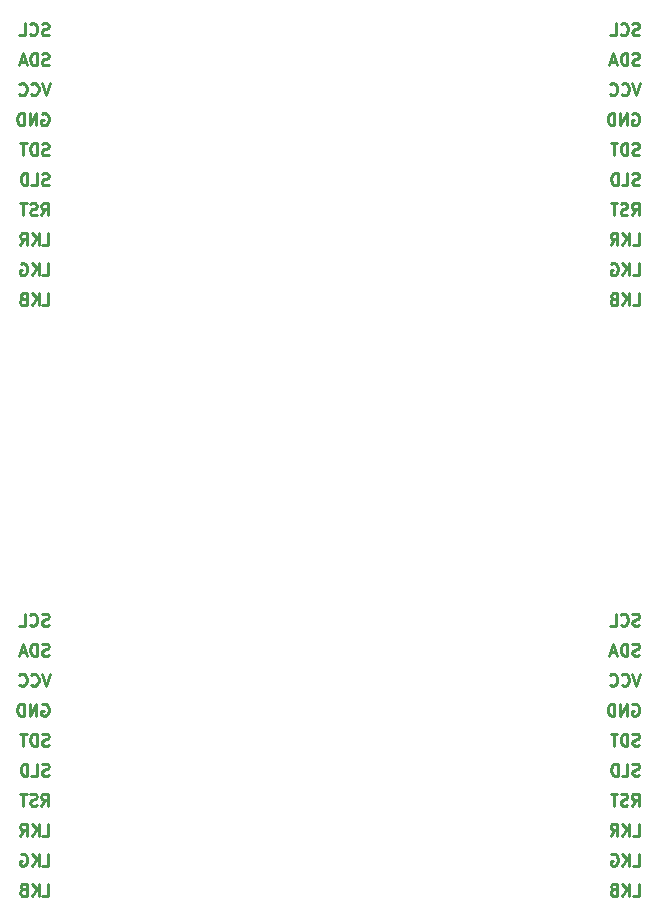
<source format=gbr>
%TF.GenerationSoftware,KiCad,Pcbnew,7.0.11+dfsg-1build4*%
%TF.CreationDate,2026-01-29T22:43:39-05:00*%
%TF.ProjectId,,58585858-5858-4585-9858-585858585858,rev?*%
%TF.SameCoordinates,Original*%
%TF.FileFunction,Legend,Bot*%
%TF.FilePolarity,Positive*%
%FSLAX46Y46*%
G04 Gerber Fmt 4.6, Leading zero omitted, Abs format (unit mm)*
G04 Created by KiCad (PCBNEW 7.0.11+dfsg-1build4) date 2026-01-29 22:43:39*
%MOMM*%
%LPD*%
G01*
G04 APERTURE LIST*
%ADD10C,0.250000*%
G04 APERTURE END LIST*
D10*
X176010050Y-119002000D02*
X175867193Y-119049619D01*
X175867193Y-119049619D02*
X175629098Y-119049619D01*
X175629098Y-119049619D02*
X175533860Y-119002000D01*
X175533860Y-119002000D02*
X175486241Y-118954380D01*
X175486241Y-118954380D02*
X175438622Y-118859142D01*
X175438622Y-118859142D02*
X175438622Y-118763904D01*
X175438622Y-118763904D02*
X175486241Y-118668666D01*
X175486241Y-118668666D02*
X175533860Y-118621047D01*
X175533860Y-118621047D02*
X175629098Y-118573428D01*
X175629098Y-118573428D02*
X175819574Y-118525809D01*
X175819574Y-118525809D02*
X175914812Y-118478190D01*
X175914812Y-118478190D02*
X175962431Y-118430571D01*
X175962431Y-118430571D02*
X176010050Y-118335333D01*
X176010050Y-118335333D02*
X176010050Y-118240095D01*
X176010050Y-118240095D02*
X175962431Y-118144857D01*
X175962431Y-118144857D02*
X175914812Y-118097238D01*
X175914812Y-118097238D02*
X175819574Y-118049619D01*
X175819574Y-118049619D02*
X175581479Y-118049619D01*
X175581479Y-118049619D02*
X175438622Y-118097238D01*
X174533860Y-119049619D02*
X175010050Y-119049619D01*
X175010050Y-119049619D02*
X175010050Y-118049619D01*
X174200526Y-119049619D02*
X174200526Y-118049619D01*
X174200526Y-118049619D02*
X173962431Y-118049619D01*
X173962431Y-118049619D02*
X173819574Y-118097238D01*
X173819574Y-118097238D02*
X173724336Y-118192476D01*
X173724336Y-118192476D02*
X173676717Y-118287714D01*
X173676717Y-118287714D02*
X173629098Y-118478190D01*
X173629098Y-118478190D02*
X173629098Y-118621047D01*
X173629098Y-118621047D02*
X173676717Y-118811523D01*
X173676717Y-118811523D02*
X173724336Y-118906761D01*
X173724336Y-118906761D02*
X173819574Y-119002000D01*
X173819574Y-119002000D02*
X173962431Y-119049619D01*
X173962431Y-119049619D02*
X174200526Y-119049619D01*
X175486241Y-124129619D02*
X175962431Y-124129619D01*
X175962431Y-124129619D02*
X175962431Y-123129619D01*
X175152907Y-124129619D02*
X175152907Y-123129619D01*
X174581479Y-124129619D02*
X175010050Y-123558190D01*
X174581479Y-123129619D02*
X175152907Y-123701047D01*
X173581479Y-124129619D02*
X173914812Y-123653428D01*
X174152907Y-124129619D02*
X174152907Y-123129619D01*
X174152907Y-123129619D02*
X173771955Y-123129619D01*
X173771955Y-123129619D02*
X173676717Y-123177238D01*
X173676717Y-123177238D02*
X173629098Y-123224857D01*
X173629098Y-123224857D02*
X173581479Y-123320095D01*
X173581479Y-123320095D02*
X173581479Y-123462952D01*
X173581479Y-123462952D02*
X173629098Y-123558190D01*
X173629098Y-123558190D02*
X173676717Y-123605809D01*
X173676717Y-123605809D02*
X173771955Y-123653428D01*
X173771955Y-123653428D02*
X174152907Y-123653428D01*
X176010050Y-108842000D02*
X175867193Y-108889619D01*
X175867193Y-108889619D02*
X175629098Y-108889619D01*
X175629098Y-108889619D02*
X175533860Y-108842000D01*
X175533860Y-108842000D02*
X175486241Y-108794380D01*
X175486241Y-108794380D02*
X175438622Y-108699142D01*
X175438622Y-108699142D02*
X175438622Y-108603904D01*
X175438622Y-108603904D02*
X175486241Y-108508666D01*
X175486241Y-108508666D02*
X175533860Y-108461047D01*
X175533860Y-108461047D02*
X175629098Y-108413428D01*
X175629098Y-108413428D02*
X175819574Y-108365809D01*
X175819574Y-108365809D02*
X175914812Y-108318190D01*
X175914812Y-108318190D02*
X175962431Y-108270571D01*
X175962431Y-108270571D02*
X176010050Y-108175333D01*
X176010050Y-108175333D02*
X176010050Y-108080095D01*
X176010050Y-108080095D02*
X175962431Y-107984857D01*
X175962431Y-107984857D02*
X175914812Y-107937238D01*
X175914812Y-107937238D02*
X175819574Y-107889619D01*
X175819574Y-107889619D02*
X175581479Y-107889619D01*
X175581479Y-107889619D02*
X175438622Y-107937238D01*
X175010050Y-108889619D02*
X175010050Y-107889619D01*
X175010050Y-107889619D02*
X174771955Y-107889619D01*
X174771955Y-107889619D02*
X174629098Y-107937238D01*
X174629098Y-107937238D02*
X174533860Y-108032476D01*
X174533860Y-108032476D02*
X174486241Y-108127714D01*
X174486241Y-108127714D02*
X174438622Y-108318190D01*
X174438622Y-108318190D02*
X174438622Y-108461047D01*
X174438622Y-108461047D02*
X174486241Y-108651523D01*
X174486241Y-108651523D02*
X174533860Y-108746761D01*
X174533860Y-108746761D02*
X174629098Y-108842000D01*
X174629098Y-108842000D02*
X174771955Y-108889619D01*
X174771955Y-108889619D02*
X175010050Y-108889619D01*
X174057669Y-108603904D02*
X173581479Y-108603904D01*
X174152907Y-108889619D02*
X173819574Y-107889619D01*
X173819574Y-107889619D02*
X173486241Y-108889619D01*
X175391003Y-121589619D02*
X175724336Y-121113428D01*
X175962431Y-121589619D02*
X175962431Y-120589619D01*
X175962431Y-120589619D02*
X175581479Y-120589619D01*
X175581479Y-120589619D02*
X175486241Y-120637238D01*
X175486241Y-120637238D02*
X175438622Y-120684857D01*
X175438622Y-120684857D02*
X175391003Y-120780095D01*
X175391003Y-120780095D02*
X175391003Y-120922952D01*
X175391003Y-120922952D02*
X175438622Y-121018190D01*
X175438622Y-121018190D02*
X175486241Y-121065809D01*
X175486241Y-121065809D02*
X175581479Y-121113428D01*
X175581479Y-121113428D02*
X175962431Y-121113428D01*
X175010050Y-121542000D02*
X174867193Y-121589619D01*
X174867193Y-121589619D02*
X174629098Y-121589619D01*
X174629098Y-121589619D02*
X174533860Y-121542000D01*
X174533860Y-121542000D02*
X174486241Y-121494380D01*
X174486241Y-121494380D02*
X174438622Y-121399142D01*
X174438622Y-121399142D02*
X174438622Y-121303904D01*
X174438622Y-121303904D02*
X174486241Y-121208666D01*
X174486241Y-121208666D02*
X174533860Y-121161047D01*
X174533860Y-121161047D02*
X174629098Y-121113428D01*
X174629098Y-121113428D02*
X174819574Y-121065809D01*
X174819574Y-121065809D02*
X174914812Y-121018190D01*
X174914812Y-121018190D02*
X174962431Y-120970571D01*
X174962431Y-120970571D02*
X175010050Y-120875333D01*
X175010050Y-120875333D02*
X175010050Y-120780095D01*
X175010050Y-120780095D02*
X174962431Y-120684857D01*
X174962431Y-120684857D02*
X174914812Y-120637238D01*
X174914812Y-120637238D02*
X174819574Y-120589619D01*
X174819574Y-120589619D02*
X174581479Y-120589619D01*
X174581479Y-120589619D02*
X174438622Y-120637238D01*
X174152907Y-120589619D02*
X173581479Y-120589619D01*
X173867193Y-121589619D02*
X173867193Y-120589619D01*
X176105288Y-110429619D02*
X175771955Y-111429619D01*
X175771955Y-111429619D02*
X175438622Y-110429619D01*
X174533860Y-111334380D02*
X174581479Y-111382000D01*
X174581479Y-111382000D02*
X174724336Y-111429619D01*
X174724336Y-111429619D02*
X174819574Y-111429619D01*
X174819574Y-111429619D02*
X174962431Y-111382000D01*
X174962431Y-111382000D02*
X175057669Y-111286761D01*
X175057669Y-111286761D02*
X175105288Y-111191523D01*
X175105288Y-111191523D02*
X175152907Y-111001047D01*
X175152907Y-111001047D02*
X175152907Y-110858190D01*
X175152907Y-110858190D02*
X175105288Y-110667714D01*
X175105288Y-110667714D02*
X175057669Y-110572476D01*
X175057669Y-110572476D02*
X174962431Y-110477238D01*
X174962431Y-110477238D02*
X174819574Y-110429619D01*
X174819574Y-110429619D02*
X174724336Y-110429619D01*
X174724336Y-110429619D02*
X174581479Y-110477238D01*
X174581479Y-110477238D02*
X174533860Y-110524857D01*
X173533860Y-111334380D02*
X173581479Y-111382000D01*
X173581479Y-111382000D02*
X173724336Y-111429619D01*
X173724336Y-111429619D02*
X173819574Y-111429619D01*
X173819574Y-111429619D02*
X173962431Y-111382000D01*
X173962431Y-111382000D02*
X174057669Y-111286761D01*
X174057669Y-111286761D02*
X174105288Y-111191523D01*
X174105288Y-111191523D02*
X174152907Y-111001047D01*
X174152907Y-111001047D02*
X174152907Y-110858190D01*
X174152907Y-110858190D02*
X174105288Y-110667714D01*
X174105288Y-110667714D02*
X174057669Y-110572476D01*
X174057669Y-110572476D02*
X173962431Y-110477238D01*
X173962431Y-110477238D02*
X173819574Y-110429619D01*
X173819574Y-110429619D02*
X173724336Y-110429619D01*
X173724336Y-110429619D02*
X173581479Y-110477238D01*
X173581479Y-110477238D02*
X173533860Y-110524857D01*
X175486241Y-129209619D02*
X175962431Y-129209619D01*
X175962431Y-129209619D02*
X175962431Y-128209619D01*
X175152907Y-129209619D02*
X175152907Y-128209619D01*
X174581479Y-129209619D02*
X175010050Y-128638190D01*
X174581479Y-128209619D02*
X175152907Y-128781047D01*
X173819574Y-128685809D02*
X173676717Y-128733428D01*
X173676717Y-128733428D02*
X173629098Y-128781047D01*
X173629098Y-128781047D02*
X173581479Y-128876285D01*
X173581479Y-128876285D02*
X173581479Y-129019142D01*
X173581479Y-129019142D02*
X173629098Y-129114380D01*
X173629098Y-129114380D02*
X173676717Y-129162000D01*
X173676717Y-129162000D02*
X173771955Y-129209619D01*
X173771955Y-129209619D02*
X174152907Y-129209619D01*
X174152907Y-129209619D02*
X174152907Y-128209619D01*
X174152907Y-128209619D02*
X173819574Y-128209619D01*
X173819574Y-128209619D02*
X173724336Y-128257238D01*
X173724336Y-128257238D02*
X173676717Y-128304857D01*
X173676717Y-128304857D02*
X173629098Y-128400095D01*
X173629098Y-128400095D02*
X173629098Y-128495333D01*
X173629098Y-128495333D02*
X173676717Y-128590571D01*
X173676717Y-128590571D02*
X173724336Y-128638190D01*
X173724336Y-128638190D02*
X173819574Y-128685809D01*
X173819574Y-128685809D02*
X174152907Y-128685809D01*
X176010050Y-106302000D02*
X175867193Y-106349619D01*
X175867193Y-106349619D02*
X175629098Y-106349619D01*
X175629098Y-106349619D02*
X175533860Y-106302000D01*
X175533860Y-106302000D02*
X175486241Y-106254380D01*
X175486241Y-106254380D02*
X175438622Y-106159142D01*
X175438622Y-106159142D02*
X175438622Y-106063904D01*
X175438622Y-106063904D02*
X175486241Y-105968666D01*
X175486241Y-105968666D02*
X175533860Y-105921047D01*
X175533860Y-105921047D02*
X175629098Y-105873428D01*
X175629098Y-105873428D02*
X175819574Y-105825809D01*
X175819574Y-105825809D02*
X175914812Y-105778190D01*
X175914812Y-105778190D02*
X175962431Y-105730571D01*
X175962431Y-105730571D02*
X176010050Y-105635333D01*
X176010050Y-105635333D02*
X176010050Y-105540095D01*
X176010050Y-105540095D02*
X175962431Y-105444857D01*
X175962431Y-105444857D02*
X175914812Y-105397238D01*
X175914812Y-105397238D02*
X175819574Y-105349619D01*
X175819574Y-105349619D02*
X175581479Y-105349619D01*
X175581479Y-105349619D02*
X175438622Y-105397238D01*
X174438622Y-106254380D02*
X174486241Y-106302000D01*
X174486241Y-106302000D02*
X174629098Y-106349619D01*
X174629098Y-106349619D02*
X174724336Y-106349619D01*
X174724336Y-106349619D02*
X174867193Y-106302000D01*
X174867193Y-106302000D02*
X174962431Y-106206761D01*
X174962431Y-106206761D02*
X175010050Y-106111523D01*
X175010050Y-106111523D02*
X175057669Y-105921047D01*
X175057669Y-105921047D02*
X175057669Y-105778190D01*
X175057669Y-105778190D02*
X175010050Y-105587714D01*
X175010050Y-105587714D02*
X174962431Y-105492476D01*
X174962431Y-105492476D02*
X174867193Y-105397238D01*
X174867193Y-105397238D02*
X174724336Y-105349619D01*
X174724336Y-105349619D02*
X174629098Y-105349619D01*
X174629098Y-105349619D02*
X174486241Y-105397238D01*
X174486241Y-105397238D02*
X174438622Y-105444857D01*
X173533860Y-106349619D02*
X174010050Y-106349619D01*
X174010050Y-106349619D02*
X174010050Y-105349619D01*
X176010050Y-116462000D02*
X175867193Y-116509619D01*
X175867193Y-116509619D02*
X175629098Y-116509619D01*
X175629098Y-116509619D02*
X175533860Y-116462000D01*
X175533860Y-116462000D02*
X175486241Y-116414380D01*
X175486241Y-116414380D02*
X175438622Y-116319142D01*
X175438622Y-116319142D02*
X175438622Y-116223904D01*
X175438622Y-116223904D02*
X175486241Y-116128666D01*
X175486241Y-116128666D02*
X175533860Y-116081047D01*
X175533860Y-116081047D02*
X175629098Y-116033428D01*
X175629098Y-116033428D02*
X175819574Y-115985809D01*
X175819574Y-115985809D02*
X175914812Y-115938190D01*
X175914812Y-115938190D02*
X175962431Y-115890571D01*
X175962431Y-115890571D02*
X176010050Y-115795333D01*
X176010050Y-115795333D02*
X176010050Y-115700095D01*
X176010050Y-115700095D02*
X175962431Y-115604857D01*
X175962431Y-115604857D02*
X175914812Y-115557238D01*
X175914812Y-115557238D02*
X175819574Y-115509619D01*
X175819574Y-115509619D02*
X175581479Y-115509619D01*
X175581479Y-115509619D02*
X175438622Y-115557238D01*
X175010050Y-116509619D02*
X175010050Y-115509619D01*
X175010050Y-115509619D02*
X174771955Y-115509619D01*
X174771955Y-115509619D02*
X174629098Y-115557238D01*
X174629098Y-115557238D02*
X174533860Y-115652476D01*
X174533860Y-115652476D02*
X174486241Y-115747714D01*
X174486241Y-115747714D02*
X174438622Y-115938190D01*
X174438622Y-115938190D02*
X174438622Y-116081047D01*
X174438622Y-116081047D02*
X174486241Y-116271523D01*
X174486241Y-116271523D02*
X174533860Y-116366761D01*
X174533860Y-116366761D02*
X174629098Y-116462000D01*
X174629098Y-116462000D02*
X174771955Y-116509619D01*
X174771955Y-116509619D02*
X175010050Y-116509619D01*
X174152907Y-115509619D02*
X173581479Y-115509619D01*
X173867193Y-116509619D02*
X173867193Y-115509619D01*
X175438622Y-113017238D02*
X175533860Y-112969619D01*
X175533860Y-112969619D02*
X175676717Y-112969619D01*
X175676717Y-112969619D02*
X175819574Y-113017238D01*
X175819574Y-113017238D02*
X175914812Y-113112476D01*
X175914812Y-113112476D02*
X175962431Y-113207714D01*
X175962431Y-113207714D02*
X176010050Y-113398190D01*
X176010050Y-113398190D02*
X176010050Y-113541047D01*
X176010050Y-113541047D02*
X175962431Y-113731523D01*
X175962431Y-113731523D02*
X175914812Y-113826761D01*
X175914812Y-113826761D02*
X175819574Y-113922000D01*
X175819574Y-113922000D02*
X175676717Y-113969619D01*
X175676717Y-113969619D02*
X175581479Y-113969619D01*
X175581479Y-113969619D02*
X175438622Y-113922000D01*
X175438622Y-113922000D02*
X175391003Y-113874380D01*
X175391003Y-113874380D02*
X175391003Y-113541047D01*
X175391003Y-113541047D02*
X175581479Y-113541047D01*
X174962431Y-113969619D02*
X174962431Y-112969619D01*
X174962431Y-112969619D02*
X174391003Y-113969619D01*
X174391003Y-113969619D02*
X174391003Y-112969619D01*
X173914812Y-113969619D02*
X173914812Y-112969619D01*
X173914812Y-112969619D02*
X173676717Y-112969619D01*
X173676717Y-112969619D02*
X173533860Y-113017238D01*
X173533860Y-113017238D02*
X173438622Y-113112476D01*
X173438622Y-113112476D02*
X173391003Y-113207714D01*
X173391003Y-113207714D02*
X173343384Y-113398190D01*
X173343384Y-113398190D02*
X173343384Y-113541047D01*
X173343384Y-113541047D02*
X173391003Y-113731523D01*
X173391003Y-113731523D02*
X173438622Y-113826761D01*
X173438622Y-113826761D02*
X173533860Y-113922000D01*
X173533860Y-113922000D02*
X173676717Y-113969619D01*
X173676717Y-113969619D02*
X173914812Y-113969619D01*
X175486241Y-126669619D02*
X175962431Y-126669619D01*
X175962431Y-126669619D02*
X175962431Y-125669619D01*
X175152907Y-126669619D02*
X175152907Y-125669619D01*
X174581479Y-126669619D02*
X175010050Y-126098190D01*
X174581479Y-125669619D02*
X175152907Y-126241047D01*
X173629098Y-125717238D02*
X173724336Y-125669619D01*
X173724336Y-125669619D02*
X173867193Y-125669619D01*
X173867193Y-125669619D02*
X174010050Y-125717238D01*
X174010050Y-125717238D02*
X174105288Y-125812476D01*
X174105288Y-125812476D02*
X174152907Y-125907714D01*
X174152907Y-125907714D02*
X174200526Y-126098190D01*
X174200526Y-126098190D02*
X174200526Y-126241047D01*
X174200526Y-126241047D02*
X174152907Y-126431523D01*
X174152907Y-126431523D02*
X174105288Y-126526761D01*
X174105288Y-126526761D02*
X174010050Y-126622000D01*
X174010050Y-126622000D02*
X173867193Y-126669619D01*
X173867193Y-126669619D02*
X173771955Y-126669619D01*
X173771955Y-126669619D02*
X173629098Y-126622000D01*
X173629098Y-126622000D02*
X173581479Y-126574380D01*
X173581479Y-126574380D02*
X173581479Y-126241047D01*
X173581479Y-126241047D02*
X173771955Y-126241047D01*
X126010050Y-119002000D02*
X125867193Y-119049619D01*
X125867193Y-119049619D02*
X125629098Y-119049619D01*
X125629098Y-119049619D02*
X125533860Y-119002000D01*
X125533860Y-119002000D02*
X125486241Y-118954380D01*
X125486241Y-118954380D02*
X125438622Y-118859142D01*
X125438622Y-118859142D02*
X125438622Y-118763904D01*
X125438622Y-118763904D02*
X125486241Y-118668666D01*
X125486241Y-118668666D02*
X125533860Y-118621047D01*
X125533860Y-118621047D02*
X125629098Y-118573428D01*
X125629098Y-118573428D02*
X125819574Y-118525809D01*
X125819574Y-118525809D02*
X125914812Y-118478190D01*
X125914812Y-118478190D02*
X125962431Y-118430571D01*
X125962431Y-118430571D02*
X126010050Y-118335333D01*
X126010050Y-118335333D02*
X126010050Y-118240095D01*
X126010050Y-118240095D02*
X125962431Y-118144857D01*
X125962431Y-118144857D02*
X125914812Y-118097238D01*
X125914812Y-118097238D02*
X125819574Y-118049619D01*
X125819574Y-118049619D02*
X125581479Y-118049619D01*
X125581479Y-118049619D02*
X125438622Y-118097238D01*
X124533860Y-119049619D02*
X125010050Y-119049619D01*
X125010050Y-119049619D02*
X125010050Y-118049619D01*
X124200526Y-119049619D02*
X124200526Y-118049619D01*
X124200526Y-118049619D02*
X123962431Y-118049619D01*
X123962431Y-118049619D02*
X123819574Y-118097238D01*
X123819574Y-118097238D02*
X123724336Y-118192476D01*
X123724336Y-118192476D02*
X123676717Y-118287714D01*
X123676717Y-118287714D02*
X123629098Y-118478190D01*
X123629098Y-118478190D02*
X123629098Y-118621047D01*
X123629098Y-118621047D02*
X123676717Y-118811523D01*
X123676717Y-118811523D02*
X123724336Y-118906761D01*
X123724336Y-118906761D02*
X123819574Y-119002000D01*
X123819574Y-119002000D02*
X123962431Y-119049619D01*
X123962431Y-119049619D02*
X124200526Y-119049619D01*
X125486241Y-124129619D02*
X125962431Y-124129619D01*
X125962431Y-124129619D02*
X125962431Y-123129619D01*
X125152907Y-124129619D02*
X125152907Y-123129619D01*
X124581479Y-124129619D02*
X125010050Y-123558190D01*
X124581479Y-123129619D02*
X125152907Y-123701047D01*
X123581479Y-124129619D02*
X123914812Y-123653428D01*
X124152907Y-124129619D02*
X124152907Y-123129619D01*
X124152907Y-123129619D02*
X123771955Y-123129619D01*
X123771955Y-123129619D02*
X123676717Y-123177238D01*
X123676717Y-123177238D02*
X123629098Y-123224857D01*
X123629098Y-123224857D02*
X123581479Y-123320095D01*
X123581479Y-123320095D02*
X123581479Y-123462952D01*
X123581479Y-123462952D02*
X123629098Y-123558190D01*
X123629098Y-123558190D02*
X123676717Y-123605809D01*
X123676717Y-123605809D02*
X123771955Y-123653428D01*
X123771955Y-123653428D02*
X124152907Y-123653428D01*
X126010050Y-108842000D02*
X125867193Y-108889619D01*
X125867193Y-108889619D02*
X125629098Y-108889619D01*
X125629098Y-108889619D02*
X125533860Y-108842000D01*
X125533860Y-108842000D02*
X125486241Y-108794380D01*
X125486241Y-108794380D02*
X125438622Y-108699142D01*
X125438622Y-108699142D02*
X125438622Y-108603904D01*
X125438622Y-108603904D02*
X125486241Y-108508666D01*
X125486241Y-108508666D02*
X125533860Y-108461047D01*
X125533860Y-108461047D02*
X125629098Y-108413428D01*
X125629098Y-108413428D02*
X125819574Y-108365809D01*
X125819574Y-108365809D02*
X125914812Y-108318190D01*
X125914812Y-108318190D02*
X125962431Y-108270571D01*
X125962431Y-108270571D02*
X126010050Y-108175333D01*
X126010050Y-108175333D02*
X126010050Y-108080095D01*
X126010050Y-108080095D02*
X125962431Y-107984857D01*
X125962431Y-107984857D02*
X125914812Y-107937238D01*
X125914812Y-107937238D02*
X125819574Y-107889619D01*
X125819574Y-107889619D02*
X125581479Y-107889619D01*
X125581479Y-107889619D02*
X125438622Y-107937238D01*
X125010050Y-108889619D02*
X125010050Y-107889619D01*
X125010050Y-107889619D02*
X124771955Y-107889619D01*
X124771955Y-107889619D02*
X124629098Y-107937238D01*
X124629098Y-107937238D02*
X124533860Y-108032476D01*
X124533860Y-108032476D02*
X124486241Y-108127714D01*
X124486241Y-108127714D02*
X124438622Y-108318190D01*
X124438622Y-108318190D02*
X124438622Y-108461047D01*
X124438622Y-108461047D02*
X124486241Y-108651523D01*
X124486241Y-108651523D02*
X124533860Y-108746761D01*
X124533860Y-108746761D02*
X124629098Y-108842000D01*
X124629098Y-108842000D02*
X124771955Y-108889619D01*
X124771955Y-108889619D02*
X125010050Y-108889619D01*
X124057669Y-108603904D02*
X123581479Y-108603904D01*
X124152907Y-108889619D02*
X123819574Y-107889619D01*
X123819574Y-107889619D02*
X123486241Y-108889619D01*
X125391003Y-121589619D02*
X125724336Y-121113428D01*
X125962431Y-121589619D02*
X125962431Y-120589619D01*
X125962431Y-120589619D02*
X125581479Y-120589619D01*
X125581479Y-120589619D02*
X125486241Y-120637238D01*
X125486241Y-120637238D02*
X125438622Y-120684857D01*
X125438622Y-120684857D02*
X125391003Y-120780095D01*
X125391003Y-120780095D02*
X125391003Y-120922952D01*
X125391003Y-120922952D02*
X125438622Y-121018190D01*
X125438622Y-121018190D02*
X125486241Y-121065809D01*
X125486241Y-121065809D02*
X125581479Y-121113428D01*
X125581479Y-121113428D02*
X125962431Y-121113428D01*
X125010050Y-121542000D02*
X124867193Y-121589619D01*
X124867193Y-121589619D02*
X124629098Y-121589619D01*
X124629098Y-121589619D02*
X124533860Y-121542000D01*
X124533860Y-121542000D02*
X124486241Y-121494380D01*
X124486241Y-121494380D02*
X124438622Y-121399142D01*
X124438622Y-121399142D02*
X124438622Y-121303904D01*
X124438622Y-121303904D02*
X124486241Y-121208666D01*
X124486241Y-121208666D02*
X124533860Y-121161047D01*
X124533860Y-121161047D02*
X124629098Y-121113428D01*
X124629098Y-121113428D02*
X124819574Y-121065809D01*
X124819574Y-121065809D02*
X124914812Y-121018190D01*
X124914812Y-121018190D02*
X124962431Y-120970571D01*
X124962431Y-120970571D02*
X125010050Y-120875333D01*
X125010050Y-120875333D02*
X125010050Y-120780095D01*
X125010050Y-120780095D02*
X124962431Y-120684857D01*
X124962431Y-120684857D02*
X124914812Y-120637238D01*
X124914812Y-120637238D02*
X124819574Y-120589619D01*
X124819574Y-120589619D02*
X124581479Y-120589619D01*
X124581479Y-120589619D02*
X124438622Y-120637238D01*
X124152907Y-120589619D02*
X123581479Y-120589619D01*
X123867193Y-121589619D02*
X123867193Y-120589619D01*
X126105288Y-110429619D02*
X125771955Y-111429619D01*
X125771955Y-111429619D02*
X125438622Y-110429619D01*
X124533860Y-111334380D02*
X124581479Y-111382000D01*
X124581479Y-111382000D02*
X124724336Y-111429619D01*
X124724336Y-111429619D02*
X124819574Y-111429619D01*
X124819574Y-111429619D02*
X124962431Y-111382000D01*
X124962431Y-111382000D02*
X125057669Y-111286761D01*
X125057669Y-111286761D02*
X125105288Y-111191523D01*
X125105288Y-111191523D02*
X125152907Y-111001047D01*
X125152907Y-111001047D02*
X125152907Y-110858190D01*
X125152907Y-110858190D02*
X125105288Y-110667714D01*
X125105288Y-110667714D02*
X125057669Y-110572476D01*
X125057669Y-110572476D02*
X124962431Y-110477238D01*
X124962431Y-110477238D02*
X124819574Y-110429619D01*
X124819574Y-110429619D02*
X124724336Y-110429619D01*
X124724336Y-110429619D02*
X124581479Y-110477238D01*
X124581479Y-110477238D02*
X124533860Y-110524857D01*
X123533860Y-111334380D02*
X123581479Y-111382000D01*
X123581479Y-111382000D02*
X123724336Y-111429619D01*
X123724336Y-111429619D02*
X123819574Y-111429619D01*
X123819574Y-111429619D02*
X123962431Y-111382000D01*
X123962431Y-111382000D02*
X124057669Y-111286761D01*
X124057669Y-111286761D02*
X124105288Y-111191523D01*
X124105288Y-111191523D02*
X124152907Y-111001047D01*
X124152907Y-111001047D02*
X124152907Y-110858190D01*
X124152907Y-110858190D02*
X124105288Y-110667714D01*
X124105288Y-110667714D02*
X124057669Y-110572476D01*
X124057669Y-110572476D02*
X123962431Y-110477238D01*
X123962431Y-110477238D02*
X123819574Y-110429619D01*
X123819574Y-110429619D02*
X123724336Y-110429619D01*
X123724336Y-110429619D02*
X123581479Y-110477238D01*
X123581479Y-110477238D02*
X123533860Y-110524857D01*
X125486241Y-129209619D02*
X125962431Y-129209619D01*
X125962431Y-129209619D02*
X125962431Y-128209619D01*
X125152907Y-129209619D02*
X125152907Y-128209619D01*
X124581479Y-129209619D02*
X125010050Y-128638190D01*
X124581479Y-128209619D02*
X125152907Y-128781047D01*
X123819574Y-128685809D02*
X123676717Y-128733428D01*
X123676717Y-128733428D02*
X123629098Y-128781047D01*
X123629098Y-128781047D02*
X123581479Y-128876285D01*
X123581479Y-128876285D02*
X123581479Y-129019142D01*
X123581479Y-129019142D02*
X123629098Y-129114380D01*
X123629098Y-129114380D02*
X123676717Y-129162000D01*
X123676717Y-129162000D02*
X123771955Y-129209619D01*
X123771955Y-129209619D02*
X124152907Y-129209619D01*
X124152907Y-129209619D02*
X124152907Y-128209619D01*
X124152907Y-128209619D02*
X123819574Y-128209619D01*
X123819574Y-128209619D02*
X123724336Y-128257238D01*
X123724336Y-128257238D02*
X123676717Y-128304857D01*
X123676717Y-128304857D02*
X123629098Y-128400095D01*
X123629098Y-128400095D02*
X123629098Y-128495333D01*
X123629098Y-128495333D02*
X123676717Y-128590571D01*
X123676717Y-128590571D02*
X123724336Y-128638190D01*
X123724336Y-128638190D02*
X123819574Y-128685809D01*
X123819574Y-128685809D02*
X124152907Y-128685809D01*
X126010050Y-106302000D02*
X125867193Y-106349619D01*
X125867193Y-106349619D02*
X125629098Y-106349619D01*
X125629098Y-106349619D02*
X125533860Y-106302000D01*
X125533860Y-106302000D02*
X125486241Y-106254380D01*
X125486241Y-106254380D02*
X125438622Y-106159142D01*
X125438622Y-106159142D02*
X125438622Y-106063904D01*
X125438622Y-106063904D02*
X125486241Y-105968666D01*
X125486241Y-105968666D02*
X125533860Y-105921047D01*
X125533860Y-105921047D02*
X125629098Y-105873428D01*
X125629098Y-105873428D02*
X125819574Y-105825809D01*
X125819574Y-105825809D02*
X125914812Y-105778190D01*
X125914812Y-105778190D02*
X125962431Y-105730571D01*
X125962431Y-105730571D02*
X126010050Y-105635333D01*
X126010050Y-105635333D02*
X126010050Y-105540095D01*
X126010050Y-105540095D02*
X125962431Y-105444857D01*
X125962431Y-105444857D02*
X125914812Y-105397238D01*
X125914812Y-105397238D02*
X125819574Y-105349619D01*
X125819574Y-105349619D02*
X125581479Y-105349619D01*
X125581479Y-105349619D02*
X125438622Y-105397238D01*
X124438622Y-106254380D02*
X124486241Y-106302000D01*
X124486241Y-106302000D02*
X124629098Y-106349619D01*
X124629098Y-106349619D02*
X124724336Y-106349619D01*
X124724336Y-106349619D02*
X124867193Y-106302000D01*
X124867193Y-106302000D02*
X124962431Y-106206761D01*
X124962431Y-106206761D02*
X125010050Y-106111523D01*
X125010050Y-106111523D02*
X125057669Y-105921047D01*
X125057669Y-105921047D02*
X125057669Y-105778190D01*
X125057669Y-105778190D02*
X125010050Y-105587714D01*
X125010050Y-105587714D02*
X124962431Y-105492476D01*
X124962431Y-105492476D02*
X124867193Y-105397238D01*
X124867193Y-105397238D02*
X124724336Y-105349619D01*
X124724336Y-105349619D02*
X124629098Y-105349619D01*
X124629098Y-105349619D02*
X124486241Y-105397238D01*
X124486241Y-105397238D02*
X124438622Y-105444857D01*
X123533860Y-106349619D02*
X124010050Y-106349619D01*
X124010050Y-106349619D02*
X124010050Y-105349619D01*
X126010050Y-116462000D02*
X125867193Y-116509619D01*
X125867193Y-116509619D02*
X125629098Y-116509619D01*
X125629098Y-116509619D02*
X125533860Y-116462000D01*
X125533860Y-116462000D02*
X125486241Y-116414380D01*
X125486241Y-116414380D02*
X125438622Y-116319142D01*
X125438622Y-116319142D02*
X125438622Y-116223904D01*
X125438622Y-116223904D02*
X125486241Y-116128666D01*
X125486241Y-116128666D02*
X125533860Y-116081047D01*
X125533860Y-116081047D02*
X125629098Y-116033428D01*
X125629098Y-116033428D02*
X125819574Y-115985809D01*
X125819574Y-115985809D02*
X125914812Y-115938190D01*
X125914812Y-115938190D02*
X125962431Y-115890571D01*
X125962431Y-115890571D02*
X126010050Y-115795333D01*
X126010050Y-115795333D02*
X126010050Y-115700095D01*
X126010050Y-115700095D02*
X125962431Y-115604857D01*
X125962431Y-115604857D02*
X125914812Y-115557238D01*
X125914812Y-115557238D02*
X125819574Y-115509619D01*
X125819574Y-115509619D02*
X125581479Y-115509619D01*
X125581479Y-115509619D02*
X125438622Y-115557238D01*
X125010050Y-116509619D02*
X125010050Y-115509619D01*
X125010050Y-115509619D02*
X124771955Y-115509619D01*
X124771955Y-115509619D02*
X124629098Y-115557238D01*
X124629098Y-115557238D02*
X124533860Y-115652476D01*
X124533860Y-115652476D02*
X124486241Y-115747714D01*
X124486241Y-115747714D02*
X124438622Y-115938190D01*
X124438622Y-115938190D02*
X124438622Y-116081047D01*
X124438622Y-116081047D02*
X124486241Y-116271523D01*
X124486241Y-116271523D02*
X124533860Y-116366761D01*
X124533860Y-116366761D02*
X124629098Y-116462000D01*
X124629098Y-116462000D02*
X124771955Y-116509619D01*
X124771955Y-116509619D02*
X125010050Y-116509619D01*
X124152907Y-115509619D02*
X123581479Y-115509619D01*
X123867193Y-116509619D02*
X123867193Y-115509619D01*
X125438622Y-113017238D02*
X125533860Y-112969619D01*
X125533860Y-112969619D02*
X125676717Y-112969619D01*
X125676717Y-112969619D02*
X125819574Y-113017238D01*
X125819574Y-113017238D02*
X125914812Y-113112476D01*
X125914812Y-113112476D02*
X125962431Y-113207714D01*
X125962431Y-113207714D02*
X126010050Y-113398190D01*
X126010050Y-113398190D02*
X126010050Y-113541047D01*
X126010050Y-113541047D02*
X125962431Y-113731523D01*
X125962431Y-113731523D02*
X125914812Y-113826761D01*
X125914812Y-113826761D02*
X125819574Y-113922000D01*
X125819574Y-113922000D02*
X125676717Y-113969619D01*
X125676717Y-113969619D02*
X125581479Y-113969619D01*
X125581479Y-113969619D02*
X125438622Y-113922000D01*
X125438622Y-113922000D02*
X125391003Y-113874380D01*
X125391003Y-113874380D02*
X125391003Y-113541047D01*
X125391003Y-113541047D02*
X125581479Y-113541047D01*
X124962431Y-113969619D02*
X124962431Y-112969619D01*
X124962431Y-112969619D02*
X124391003Y-113969619D01*
X124391003Y-113969619D02*
X124391003Y-112969619D01*
X123914812Y-113969619D02*
X123914812Y-112969619D01*
X123914812Y-112969619D02*
X123676717Y-112969619D01*
X123676717Y-112969619D02*
X123533860Y-113017238D01*
X123533860Y-113017238D02*
X123438622Y-113112476D01*
X123438622Y-113112476D02*
X123391003Y-113207714D01*
X123391003Y-113207714D02*
X123343384Y-113398190D01*
X123343384Y-113398190D02*
X123343384Y-113541047D01*
X123343384Y-113541047D02*
X123391003Y-113731523D01*
X123391003Y-113731523D02*
X123438622Y-113826761D01*
X123438622Y-113826761D02*
X123533860Y-113922000D01*
X123533860Y-113922000D02*
X123676717Y-113969619D01*
X123676717Y-113969619D02*
X123914812Y-113969619D01*
X125486241Y-126669619D02*
X125962431Y-126669619D01*
X125962431Y-126669619D02*
X125962431Y-125669619D01*
X125152907Y-126669619D02*
X125152907Y-125669619D01*
X124581479Y-126669619D02*
X125010050Y-126098190D01*
X124581479Y-125669619D02*
X125152907Y-126241047D01*
X123629098Y-125717238D02*
X123724336Y-125669619D01*
X123724336Y-125669619D02*
X123867193Y-125669619D01*
X123867193Y-125669619D02*
X124010050Y-125717238D01*
X124010050Y-125717238D02*
X124105288Y-125812476D01*
X124105288Y-125812476D02*
X124152907Y-125907714D01*
X124152907Y-125907714D02*
X124200526Y-126098190D01*
X124200526Y-126098190D02*
X124200526Y-126241047D01*
X124200526Y-126241047D02*
X124152907Y-126431523D01*
X124152907Y-126431523D02*
X124105288Y-126526761D01*
X124105288Y-126526761D02*
X124010050Y-126622000D01*
X124010050Y-126622000D02*
X123867193Y-126669619D01*
X123867193Y-126669619D02*
X123771955Y-126669619D01*
X123771955Y-126669619D02*
X123629098Y-126622000D01*
X123629098Y-126622000D02*
X123581479Y-126574380D01*
X123581479Y-126574380D02*
X123581479Y-126241047D01*
X123581479Y-126241047D02*
X123771955Y-126241047D01*
X176010050Y-69002000D02*
X175867193Y-69049619D01*
X175867193Y-69049619D02*
X175629098Y-69049619D01*
X175629098Y-69049619D02*
X175533860Y-69002000D01*
X175533860Y-69002000D02*
X175486241Y-68954380D01*
X175486241Y-68954380D02*
X175438622Y-68859142D01*
X175438622Y-68859142D02*
X175438622Y-68763904D01*
X175438622Y-68763904D02*
X175486241Y-68668666D01*
X175486241Y-68668666D02*
X175533860Y-68621047D01*
X175533860Y-68621047D02*
X175629098Y-68573428D01*
X175629098Y-68573428D02*
X175819574Y-68525809D01*
X175819574Y-68525809D02*
X175914812Y-68478190D01*
X175914812Y-68478190D02*
X175962431Y-68430571D01*
X175962431Y-68430571D02*
X176010050Y-68335333D01*
X176010050Y-68335333D02*
X176010050Y-68240095D01*
X176010050Y-68240095D02*
X175962431Y-68144857D01*
X175962431Y-68144857D02*
X175914812Y-68097238D01*
X175914812Y-68097238D02*
X175819574Y-68049619D01*
X175819574Y-68049619D02*
X175581479Y-68049619D01*
X175581479Y-68049619D02*
X175438622Y-68097238D01*
X174533860Y-69049619D02*
X175010050Y-69049619D01*
X175010050Y-69049619D02*
X175010050Y-68049619D01*
X174200526Y-69049619D02*
X174200526Y-68049619D01*
X174200526Y-68049619D02*
X173962431Y-68049619D01*
X173962431Y-68049619D02*
X173819574Y-68097238D01*
X173819574Y-68097238D02*
X173724336Y-68192476D01*
X173724336Y-68192476D02*
X173676717Y-68287714D01*
X173676717Y-68287714D02*
X173629098Y-68478190D01*
X173629098Y-68478190D02*
X173629098Y-68621047D01*
X173629098Y-68621047D02*
X173676717Y-68811523D01*
X173676717Y-68811523D02*
X173724336Y-68906761D01*
X173724336Y-68906761D02*
X173819574Y-69002000D01*
X173819574Y-69002000D02*
X173962431Y-69049619D01*
X173962431Y-69049619D02*
X174200526Y-69049619D01*
X175486241Y-74129619D02*
X175962431Y-74129619D01*
X175962431Y-74129619D02*
X175962431Y-73129619D01*
X175152907Y-74129619D02*
X175152907Y-73129619D01*
X174581479Y-74129619D02*
X175010050Y-73558190D01*
X174581479Y-73129619D02*
X175152907Y-73701047D01*
X173581479Y-74129619D02*
X173914812Y-73653428D01*
X174152907Y-74129619D02*
X174152907Y-73129619D01*
X174152907Y-73129619D02*
X173771955Y-73129619D01*
X173771955Y-73129619D02*
X173676717Y-73177238D01*
X173676717Y-73177238D02*
X173629098Y-73224857D01*
X173629098Y-73224857D02*
X173581479Y-73320095D01*
X173581479Y-73320095D02*
X173581479Y-73462952D01*
X173581479Y-73462952D02*
X173629098Y-73558190D01*
X173629098Y-73558190D02*
X173676717Y-73605809D01*
X173676717Y-73605809D02*
X173771955Y-73653428D01*
X173771955Y-73653428D02*
X174152907Y-73653428D01*
X176010050Y-58842000D02*
X175867193Y-58889619D01*
X175867193Y-58889619D02*
X175629098Y-58889619D01*
X175629098Y-58889619D02*
X175533860Y-58842000D01*
X175533860Y-58842000D02*
X175486241Y-58794380D01*
X175486241Y-58794380D02*
X175438622Y-58699142D01*
X175438622Y-58699142D02*
X175438622Y-58603904D01*
X175438622Y-58603904D02*
X175486241Y-58508666D01*
X175486241Y-58508666D02*
X175533860Y-58461047D01*
X175533860Y-58461047D02*
X175629098Y-58413428D01*
X175629098Y-58413428D02*
X175819574Y-58365809D01*
X175819574Y-58365809D02*
X175914812Y-58318190D01*
X175914812Y-58318190D02*
X175962431Y-58270571D01*
X175962431Y-58270571D02*
X176010050Y-58175333D01*
X176010050Y-58175333D02*
X176010050Y-58080095D01*
X176010050Y-58080095D02*
X175962431Y-57984857D01*
X175962431Y-57984857D02*
X175914812Y-57937238D01*
X175914812Y-57937238D02*
X175819574Y-57889619D01*
X175819574Y-57889619D02*
X175581479Y-57889619D01*
X175581479Y-57889619D02*
X175438622Y-57937238D01*
X175010050Y-58889619D02*
X175010050Y-57889619D01*
X175010050Y-57889619D02*
X174771955Y-57889619D01*
X174771955Y-57889619D02*
X174629098Y-57937238D01*
X174629098Y-57937238D02*
X174533860Y-58032476D01*
X174533860Y-58032476D02*
X174486241Y-58127714D01*
X174486241Y-58127714D02*
X174438622Y-58318190D01*
X174438622Y-58318190D02*
X174438622Y-58461047D01*
X174438622Y-58461047D02*
X174486241Y-58651523D01*
X174486241Y-58651523D02*
X174533860Y-58746761D01*
X174533860Y-58746761D02*
X174629098Y-58842000D01*
X174629098Y-58842000D02*
X174771955Y-58889619D01*
X174771955Y-58889619D02*
X175010050Y-58889619D01*
X174057669Y-58603904D02*
X173581479Y-58603904D01*
X174152907Y-58889619D02*
X173819574Y-57889619D01*
X173819574Y-57889619D02*
X173486241Y-58889619D01*
X175391003Y-71589619D02*
X175724336Y-71113428D01*
X175962431Y-71589619D02*
X175962431Y-70589619D01*
X175962431Y-70589619D02*
X175581479Y-70589619D01*
X175581479Y-70589619D02*
X175486241Y-70637238D01*
X175486241Y-70637238D02*
X175438622Y-70684857D01*
X175438622Y-70684857D02*
X175391003Y-70780095D01*
X175391003Y-70780095D02*
X175391003Y-70922952D01*
X175391003Y-70922952D02*
X175438622Y-71018190D01*
X175438622Y-71018190D02*
X175486241Y-71065809D01*
X175486241Y-71065809D02*
X175581479Y-71113428D01*
X175581479Y-71113428D02*
X175962431Y-71113428D01*
X175010050Y-71542000D02*
X174867193Y-71589619D01*
X174867193Y-71589619D02*
X174629098Y-71589619D01*
X174629098Y-71589619D02*
X174533860Y-71542000D01*
X174533860Y-71542000D02*
X174486241Y-71494380D01*
X174486241Y-71494380D02*
X174438622Y-71399142D01*
X174438622Y-71399142D02*
X174438622Y-71303904D01*
X174438622Y-71303904D02*
X174486241Y-71208666D01*
X174486241Y-71208666D02*
X174533860Y-71161047D01*
X174533860Y-71161047D02*
X174629098Y-71113428D01*
X174629098Y-71113428D02*
X174819574Y-71065809D01*
X174819574Y-71065809D02*
X174914812Y-71018190D01*
X174914812Y-71018190D02*
X174962431Y-70970571D01*
X174962431Y-70970571D02*
X175010050Y-70875333D01*
X175010050Y-70875333D02*
X175010050Y-70780095D01*
X175010050Y-70780095D02*
X174962431Y-70684857D01*
X174962431Y-70684857D02*
X174914812Y-70637238D01*
X174914812Y-70637238D02*
X174819574Y-70589619D01*
X174819574Y-70589619D02*
X174581479Y-70589619D01*
X174581479Y-70589619D02*
X174438622Y-70637238D01*
X174152907Y-70589619D02*
X173581479Y-70589619D01*
X173867193Y-71589619D02*
X173867193Y-70589619D01*
X176105288Y-60429619D02*
X175771955Y-61429619D01*
X175771955Y-61429619D02*
X175438622Y-60429619D01*
X174533860Y-61334380D02*
X174581479Y-61382000D01*
X174581479Y-61382000D02*
X174724336Y-61429619D01*
X174724336Y-61429619D02*
X174819574Y-61429619D01*
X174819574Y-61429619D02*
X174962431Y-61382000D01*
X174962431Y-61382000D02*
X175057669Y-61286761D01*
X175057669Y-61286761D02*
X175105288Y-61191523D01*
X175105288Y-61191523D02*
X175152907Y-61001047D01*
X175152907Y-61001047D02*
X175152907Y-60858190D01*
X175152907Y-60858190D02*
X175105288Y-60667714D01*
X175105288Y-60667714D02*
X175057669Y-60572476D01*
X175057669Y-60572476D02*
X174962431Y-60477238D01*
X174962431Y-60477238D02*
X174819574Y-60429619D01*
X174819574Y-60429619D02*
X174724336Y-60429619D01*
X174724336Y-60429619D02*
X174581479Y-60477238D01*
X174581479Y-60477238D02*
X174533860Y-60524857D01*
X173533860Y-61334380D02*
X173581479Y-61382000D01*
X173581479Y-61382000D02*
X173724336Y-61429619D01*
X173724336Y-61429619D02*
X173819574Y-61429619D01*
X173819574Y-61429619D02*
X173962431Y-61382000D01*
X173962431Y-61382000D02*
X174057669Y-61286761D01*
X174057669Y-61286761D02*
X174105288Y-61191523D01*
X174105288Y-61191523D02*
X174152907Y-61001047D01*
X174152907Y-61001047D02*
X174152907Y-60858190D01*
X174152907Y-60858190D02*
X174105288Y-60667714D01*
X174105288Y-60667714D02*
X174057669Y-60572476D01*
X174057669Y-60572476D02*
X173962431Y-60477238D01*
X173962431Y-60477238D02*
X173819574Y-60429619D01*
X173819574Y-60429619D02*
X173724336Y-60429619D01*
X173724336Y-60429619D02*
X173581479Y-60477238D01*
X173581479Y-60477238D02*
X173533860Y-60524857D01*
X175486241Y-79209619D02*
X175962431Y-79209619D01*
X175962431Y-79209619D02*
X175962431Y-78209619D01*
X175152907Y-79209619D02*
X175152907Y-78209619D01*
X174581479Y-79209619D02*
X175010050Y-78638190D01*
X174581479Y-78209619D02*
X175152907Y-78781047D01*
X173819574Y-78685809D02*
X173676717Y-78733428D01*
X173676717Y-78733428D02*
X173629098Y-78781047D01*
X173629098Y-78781047D02*
X173581479Y-78876285D01*
X173581479Y-78876285D02*
X173581479Y-79019142D01*
X173581479Y-79019142D02*
X173629098Y-79114380D01*
X173629098Y-79114380D02*
X173676717Y-79162000D01*
X173676717Y-79162000D02*
X173771955Y-79209619D01*
X173771955Y-79209619D02*
X174152907Y-79209619D01*
X174152907Y-79209619D02*
X174152907Y-78209619D01*
X174152907Y-78209619D02*
X173819574Y-78209619D01*
X173819574Y-78209619D02*
X173724336Y-78257238D01*
X173724336Y-78257238D02*
X173676717Y-78304857D01*
X173676717Y-78304857D02*
X173629098Y-78400095D01*
X173629098Y-78400095D02*
X173629098Y-78495333D01*
X173629098Y-78495333D02*
X173676717Y-78590571D01*
X173676717Y-78590571D02*
X173724336Y-78638190D01*
X173724336Y-78638190D02*
X173819574Y-78685809D01*
X173819574Y-78685809D02*
X174152907Y-78685809D01*
X176010050Y-56302000D02*
X175867193Y-56349619D01*
X175867193Y-56349619D02*
X175629098Y-56349619D01*
X175629098Y-56349619D02*
X175533860Y-56302000D01*
X175533860Y-56302000D02*
X175486241Y-56254380D01*
X175486241Y-56254380D02*
X175438622Y-56159142D01*
X175438622Y-56159142D02*
X175438622Y-56063904D01*
X175438622Y-56063904D02*
X175486241Y-55968666D01*
X175486241Y-55968666D02*
X175533860Y-55921047D01*
X175533860Y-55921047D02*
X175629098Y-55873428D01*
X175629098Y-55873428D02*
X175819574Y-55825809D01*
X175819574Y-55825809D02*
X175914812Y-55778190D01*
X175914812Y-55778190D02*
X175962431Y-55730571D01*
X175962431Y-55730571D02*
X176010050Y-55635333D01*
X176010050Y-55635333D02*
X176010050Y-55540095D01*
X176010050Y-55540095D02*
X175962431Y-55444857D01*
X175962431Y-55444857D02*
X175914812Y-55397238D01*
X175914812Y-55397238D02*
X175819574Y-55349619D01*
X175819574Y-55349619D02*
X175581479Y-55349619D01*
X175581479Y-55349619D02*
X175438622Y-55397238D01*
X174438622Y-56254380D02*
X174486241Y-56302000D01*
X174486241Y-56302000D02*
X174629098Y-56349619D01*
X174629098Y-56349619D02*
X174724336Y-56349619D01*
X174724336Y-56349619D02*
X174867193Y-56302000D01*
X174867193Y-56302000D02*
X174962431Y-56206761D01*
X174962431Y-56206761D02*
X175010050Y-56111523D01*
X175010050Y-56111523D02*
X175057669Y-55921047D01*
X175057669Y-55921047D02*
X175057669Y-55778190D01*
X175057669Y-55778190D02*
X175010050Y-55587714D01*
X175010050Y-55587714D02*
X174962431Y-55492476D01*
X174962431Y-55492476D02*
X174867193Y-55397238D01*
X174867193Y-55397238D02*
X174724336Y-55349619D01*
X174724336Y-55349619D02*
X174629098Y-55349619D01*
X174629098Y-55349619D02*
X174486241Y-55397238D01*
X174486241Y-55397238D02*
X174438622Y-55444857D01*
X173533860Y-56349619D02*
X174010050Y-56349619D01*
X174010050Y-56349619D02*
X174010050Y-55349619D01*
X176010050Y-66462000D02*
X175867193Y-66509619D01*
X175867193Y-66509619D02*
X175629098Y-66509619D01*
X175629098Y-66509619D02*
X175533860Y-66462000D01*
X175533860Y-66462000D02*
X175486241Y-66414380D01*
X175486241Y-66414380D02*
X175438622Y-66319142D01*
X175438622Y-66319142D02*
X175438622Y-66223904D01*
X175438622Y-66223904D02*
X175486241Y-66128666D01*
X175486241Y-66128666D02*
X175533860Y-66081047D01*
X175533860Y-66081047D02*
X175629098Y-66033428D01*
X175629098Y-66033428D02*
X175819574Y-65985809D01*
X175819574Y-65985809D02*
X175914812Y-65938190D01*
X175914812Y-65938190D02*
X175962431Y-65890571D01*
X175962431Y-65890571D02*
X176010050Y-65795333D01*
X176010050Y-65795333D02*
X176010050Y-65700095D01*
X176010050Y-65700095D02*
X175962431Y-65604857D01*
X175962431Y-65604857D02*
X175914812Y-65557238D01*
X175914812Y-65557238D02*
X175819574Y-65509619D01*
X175819574Y-65509619D02*
X175581479Y-65509619D01*
X175581479Y-65509619D02*
X175438622Y-65557238D01*
X175010050Y-66509619D02*
X175010050Y-65509619D01*
X175010050Y-65509619D02*
X174771955Y-65509619D01*
X174771955Y-65509619D02*
X174629098Y-65557238D01*
X174629098Y-65557238D02*
X174533860Y-65652476D01*
X174533860Y-65652476D02*
X174486241Y-65747714D01*
X174486241Y-65747714D02*
X174438622Y-65938190D01*
X174438622Y-65938190D02*
X174438622Y-66081047D01*
X174438622Y-66081047D02*
X174486241Y-66271523D01*
X174486241Y-66271523D02*
X174533860Y-66366761D01*
X174533860Y-66366761D02*
X174629098Y-66462000D01*
X174629098Y-66462000D02*
X174771955Y-66509619D01*
X174771955Y-66509619D02*
X175010050Y-66509619D01*
X174152907Y-65509619D02*
X173581479Y-65509619D01*
X173867193Y-66509619D02*
X173867193Y-65509619D01*
X175438622Y-63017238D02*
X175533860Y-62969619D01*
X175533860Y-62969619D02*
X175676717Y-62969619D01*
X175676717Y-62969619D02*
X175819574Y-63017238D01*
X175819574Y-63017238D02*
X175914812Y-63112476D01*
X175914812Y-63112476D02*
X175962431Y-63207714D01*
X175962431Y-63207714D02*
X176010050Y-63398190D01*
X176010050Y-63398190D02*
X176010050Y-63541047D01*
X176010050Y-63541047D02*
X175962431Y-63731523D01*
X175962431Y-63731523D02*
X175914812Y-63826761D01*
X175914812Y-63826761D02*
X175819574Y-63922000D01*
X175819574Y-63922000D02*
X175676717Y-63969619D01*
X175676717Y-63969619D02*
X175581479Y-63969619D01*
X175581479Y-63969619D02*
X175438622Y-63922000D01*
X175438622Y-63922000D02*
X175391003Y-63874380D01*
X175391003Y-63874380D02*
X175391003Y-63541047D01*
X175391003Y-63541047D02*
X175581479Y-63541047D01*
X174962431Y-63969619D02*
X174962431Y-62969619D01*
X174962431Y-62969619D02*
X174391003Y-63969619D01*
X174391003Y-63969619D02*
X174391003Y-62969619D01*
X173914812Y-63969619D02*
X173914812Y-62969619D01*
X173914812Y-62969619D02*
X173676717Y-62969619D01*
X173676717Y-62969619D02*
X173533860Y-63017238D01*
X173533860Y-63017238D02*
X173438622Y-63112476D01*
X173438622Y-63112476D02*
X173391003Y-63207714D01*
X173391003Y-63207714D02*
X173343384Y-63398190D01*
X173343384Y-63398190D02*
X173343384Y-63541047D01*
X173343384Y-63541047D02*
X173391003Y-63731523D01*
X173391003Y-63731523D02*
X173438622Y-63826761D01*
X173438622Y-63826761D02*
X173533860Y-63922000D01*
X173533860Y-63922000D02*
X173676717Y-63969619D01*
X173676717Y-63969619D02*
X173914812Y-63969619D01*
X175486241Y-76669619D02*
X175962431Y-76669619D01*
X175962431Y-76669619D02*
X175962431Y-75669619D01*
X175152907Y-76669619D02*
X175152907Y-75669619D01*
X174581479Y-76669619D02*
X175010050Y-76098190D01*
X174581479Y-75669619D02*
X175152907Y-76241047D01*
X173629098Y-75717238D02*
X173724336Y-75669619D01*
X173724336Y-75669619D02*
X173867193Y-75669619D01*
X173867193Y-75669619D02*
X174010050Y-75717238D01*
X174010050Y-75717238D02*
X174105288Y-75812476D01*
X174105288Y-75812476D02*
X174152907Y-75907714D01*
X174152907Y-75907714D02*
X174200526Y-76098190D01*
X174200526Y-76098190D02*
X174200526Y-76241047D01*
X174200526Y-76241047D02*
X174152907Y-76431523D01*
X174152907Y-76431523D02*
X174105288Y-76526761D01*
X174105288Y-76526761D02*
X174010050Y-76622000D01*
X174010050Y-76622000D02*
X173867193Y-76669619D01*
X173867193Y-76669619D02*
X173771955Y-76669619D01*
X173771955Y-76669619D02*
X173629098Y-76622000D01*
X173629098Y-76622000D02*
X173581479Y-76574380D01*
X173581479Y-76574380D02*
X173581479Y-76241047D01*
X173581479Y-76241047D02*
X173771955Y-76241047D01*
X125486241Y-76669619D02*
X125962431Y-76669619D01*
X125962431Y-76669619D02*
X125962431Y-75669619D01*
X125152907Y-76669619D02*
X125152907Y-75669619D01*
X124581479Y-76669619D02*
X125010050Y-76098190D01*
X124581479Y-75669619D02*
X125152907Y-76241047D01*
X123629098Y-75717238D02*
X123724336Y-75669619D01*
X123724336Y-75669619D02*
X123867193Y-75669619D01*
X123867193Y-75669619D02*
X124010050Y-75717238D01*
X124010050Y-75717238D02*
X124105288Y-75812476D01*
X124105288Y-75812476D02*
X124152907Y-75907714D01*
X124152907Y-75907714D02*
X124200526Y-76098190D01*
X124200526Y-76098190D02*
X124200526Y-76241047D01*
X124200526Y-76241047D02*
X124152907Y-76431523D01*
X124152907Y-76431523D02*
X124105288Y-76526761D01*
X124105288Y-76526761D02*
X124010050Y-76622000D01*
X124010050Y-76622000D02*
X123867193Y-76669619D01*
X123867193Y-76669619D02*
X123771955Y-76669619D01*
X123771955Y-76669619D02*
X123629098Y-76622000D01*
X123629098Y-76622000D02*
X123581479Y-76574380D01*
X123581479Y-76574380D02*
X123581479Y-76241047D01*
X123581479Y-76241047D02*
X123771955Y-76241047D01*
X125486241Y-74129619D02*
X125962431Y-74129619D01*
X125962431Y-74129619D02*
X125962431Y-73129619D01*
X125152907Y-74129619D02*
X125152907Y-73129619D01*
X124581479Y-74129619D02*
X125010050Y-73558190D01*
X124581479Y-73129619D02*
X125152907Y-73701047D01*
X123581479Y-74129619D02*
X123914812Y-73653428D01*
X124152907Y-74129619D02*
X124152907Y-73129619D01*
X124152907Y-73129619D02*
X123771955Y-73129619D01*
X123771955Y-73129619D02*
X123676717Y-73177238D01*
X123676717Y-73177238D02*
X123629098Y-73224857D01*
X123629098Y-73224857D02*
X123581479Y-73320095D01*
X123581479Y-73320095D02*
X123581479Y-73462952D01*
X123581479Y-73462952D02*
X123629098Y-73558190D01*
X123629098Y-73558190D02*
X123676717Y-73605809D01*
X123676717Y-73605809D02*
X123771955Y-73653428D01*
X123771955Y-73653428D02*
X124152907Y-73653428D01*
X126010050Y-58842000D02*
X125867193Y-58889619D01*
X125867193Y-58889619D02*
X125629098Y-58889619D01*
X125629098Y-58889619D02*
X125533860Y-58842000D01*
X125533860Y-58842000D02*
X125486241Y-58794380D01*
X125486241Y-58794380D02*
X125438622Y-58699142D01*
X125438622Y-58699142D02*
X125438622Y-58603904D01*
X125438622Y-58603904D02*
X125486241Y-58508666D01*
X125486241Y-58508666D02*
X125533860Y-58461047D01*
X125533860Y-58461047D02*
X125629098Y-58413428D01*
X125629098Y-58413428D02*
X125819574Y-58365809D01*
X125819574Y-58365809D02*
X125914812Y-58318190D01*
X125914812Y-58318190D02*
X125962431Y-58270571D01*
X125962431Y-58270571D02*
X126010050Y-58175333D01*
X126010050Y-58175333D02*
X126010050Y-58080095D01*
X126010050Y-58080095D02*
X125962431Y-57984857D01*
X125962431Y-57984857D02*
X125914812Y-57937238D01*
X125914812Y-57937238D02*
X125819574Y-57889619D01*
X125819574Y-57889619D02*
X125581479Y-57889619D01*
X125581479Y-57889619D02*
X125438622Y-57937238D01*
X125010050Y-58889619D02*
X125010050Y-57889619D01*
X125010050Y-57889619D02*
X124771955Y-57889619D01*
X124771955Y-57889619D02*
X124629098Y-57937238D01*
X124629098Y-57937238D02*
X124533860Y-58032476D01*
X124533860Y-58032476D02*
X124486241Y-58127714D01*
X124486241Y-58127714D02*
X124438622Y-58318190D01*
X124438622Y-58318190D02*
X124438622Y-58461047D01*
X124438622Y-58461047D02*
X124486241Y-58651523D01*
X124486241Y-58651523D02*
X124533860Y-58746761D01*
X124533860Y-58746761D02*
X124629098Y-58842000D01*
X124629098Y-58842000D02*
X124771955Y-58889619D01*
X124771955Y-58889619D02*
X125010050Y-58889619D01*
X124057669Y-58603904D02*
X123581479Y-58603904D01*
X124152907Y-58889619D02*
X123819574Y-57889619D01*
X123819574Y-57889619D02*
X123486241Y-58889619D01*
X125486241Y-79209619D02*
X125962431Y-79209619D01*
X125962431Y-79209619D02*
X125962431Y-78209619D01*
X125152907Y-79209619D02*
X125152907Y-78209619D01*
X124581479Y-79209619D02*
X125010050Y-78638190D01*
X124581479Y-78209619D02*
X125152907Y-78781047D01*
X123819574Y-78685809D02*
X123676717Y-78733428D01*
X123676717Y-78733428D02*
X123629098Y-78781047D01*
X123629098Y-78781047D02*
X123581479Y-78876285D01*
X123581479Y-78876285D02*
X123581479Y-79019142D01*
X123581479Y-79019142D02*
X123629098Y-79114380D01*
X123629098Y-79114380D02*
X123676717Y-79162000D01*
X123676717Y-79162000D02*
X123771955Y-79209619D01*
X123771955Y-79209619D02*
X124152907Y-79209619D01*
X124152907Y-79209619D02*
X124152907Y-78209619D01*
X124152907Y-78209619D02*
X123819574Y-78209619D01*
X123819574Y-78209619D02*
X123724336Y-78257238D01*
X123724336Y-78257238D02*
X123676717Y-78304857D01*
X123676717Y-78304857D02*
X123629098Y-78400095D01*
X123629098Y-78400095D02*
X123629098Y-78495333D01*
X123629098Y-78495333D02*
X123676717Y-78590571D01*
X123676717Y-78590571D02*
X123724336Y-78638190D01*
X123724336Y-78638190D02*
X123819574Y-78685809D01*
X123819574Y-78685809D02*
X124152907Y-78685809D01*
X126010050Y-69002000D02*
X125867193Y-69049619D01*
X125867193Y-69049619D02*
X125629098Y-69049619D01*
X125629098Y-69049619D02*
X125533860Y-69002000D01*
X125533860Y-69002000D02*
X125486241Y-68954380D01*
X125486241Y-68954380D02*
X125438622Y-68859142D01*
X125438622Y-68859142D02*
X125438622Y-68763904D01*
X125438622Y-68763904D02*
X125486241Y-68668666D01*
X125486241Y-68668666D02*
X125533860Y-68621047D01*
X125533860Y-68621047D02*
X125629098Y-68573428D01*
X125629098Y-68573428D02*
X125819574Y-68525809D01*
X125819574Y-68525809D02*
X125914812Y-68478190D01*
X125914812Y-68478190D02*
X125962431Y-68430571D01*
X125962431Y-68430571D02*
X126010050Y-68335333D01*
X126010050Y-68335333D02*
X126010050Y-68240095D01*
X126010050Y-68240095D02*
X125962431Y-68144857D01*
X125962431Y-68144857D02*
X125914812Y-68097238D01*
X125914812Y-68097238D02*
X125819574Y-68049619D01*
X125819574Y-68049619D02*
X125581479Y-68049619D01*
X125581479Y-68049619D02*
X125438622Y-68097238D01*
X124533860Y-69049619D02*
X125010050Y-69049619D01*
X125010050Y-69049619D02*
X125010050Y-68049619D01*
X124200526Y-69049619D02*
X124200526Y-68049619D01*
X124200526Y-68049619D02*
X123962431Y-68049619D01*
X123962431Y-68049619D02*
X123819574Y-68097238D01*
X123819574Y-68097238D02*
X123724336Y-68192476D01*
X123724336Y-68192476D02*
X123676717Y-68287714D01*
X123676717Y-68287714D02*
X123629098Y-68478190D01*
X123629098Y-68478190D02*
X123629098Y-68621047D01*
X123629098Y-68621047D02*
X123676717Y-68811523D01*
X123676717Y-68811523D02*
X123724336Y-68906761D01*
X123724336Y-68906761D02*
X123819574Y-69002000D01*
X123819574Y-69002000D02*
X123962431Y-69049619D01*
X123962431Y-69049619D02*
X124200526Y-69049619D01*
X126105288Y-60429619D02*
X125771955Y-61429619D01*
X125771955Y-61429619D02*
X125438622Y-60429619D01*
X124533860Y-61334380D02*
X124581479Y-61382000D01*
X124581479Y-61382000D02*
X124724336Y-61429619D01*
X124724336Y-61429619D02*
X124819574Y-61429619D01*
X124819574Y-61429619D02*
X124962431Y-61382000D01*
X124962431Y-61382000D02*
X125057669Y-61286761D01*
X125057669Y-61286761D02*
X125105288Y-61191523D01*
X125105288Y-61191523D02*
X125152907Y-61001047D01*
X125152907Y-61001047D02*
X125152907Y-60858190D01*
X125152907Y-60858190D02*
X125105288Y-60667714D01*
X125105288Y-60667714D02*
X125057669Y-60572476D01*
X125057669Y-60572476D02*
X124962431Y-60477238D01*
X124962431Y-60477238D02*
X124819574Y-60429619D01*
X124819574Y-60429619D02*
X124724336Y-60429619D01*
X124724336Y-60429619D02*
X124581479Y-60477238D01*
X124581479Y-60477238D02*
X124533860Y-60524857D01*
X123533860Y-61334380D02*
X123581479Y-61382000D01*
X123581479Y-61382000D02*
X123724336Y-61429619D01*
X123724336Y-61429619D02*
X123819574Y-61429619D01*
X123819574Y-61429619D02*
X123962431Y-61382000D01*
X123962431Y-61382000D02*
X124057669Y-61286761D01*
X124057669Y-61286761D02*
X124105288Y-61191523D01*
X124105288Y-61191523D02*
X124152907Y-61001047D01*
X124152907Y-61001047D02*
X124152907Y-60858190D01*
X124152907Y-60858190D02*
X124105288Y-60667714D01*
X124105288Y-60667714D02*
X124057669Y-60572476D01*
X124057669Y-60572476D02*
X123962431Y-60477238D01*
X123962431Y-60477238D02*
X123819574Y-60429619D01*
X123819574Y-60429619D02*
X123724336Y-60429619D01*
X123724336Y-60429619D02*
X123581479Y-60477238D01*
X123581479Y-60477238D02*
X123533860Y-60524857D01*
X125391003Y-71589619D02*
X125724336Y-71113428D01*
X125962431Y-71589619D02*
X125962431Y-70589619D01*
X125962431Y-70589619D02*
X125581479Y-70589619D01*
X125581479Y-70589619D02*
X125486241Y-70637238D01*
X125486241Y-70637238D02*
X125438622Y-70684857D01*
X125438622Y-70684857D02*
X125391003Y-70780095D01*
X125391003Y-70780095D02*
X125391003Y-70922952D01*
X125391003Y-70922952D02*
X125438622Y-71018190D01*
X125438622Y-71018190D02*
X125486241Y-71065809D01*
X125486241Y-71065809D02*
X125581479Y-71113428D01*
X125581479Y-71113428D02*
X125962431Y-71113428D01*
X125010050Y-71542000D02*
X124867193Y-71589619D01*
X124867193Y-71589619D02*
X124629098Y-71589619D01*
X124629098Y-71589619D02*
X124533860Y-71542000D01*
X124533860Y-71542000D02*
X124486241Y-71494380D01*
X124486241Y-71494380D02*
X124438622Y-71399142D01*
X124438622Y-71399142D02*
X124438622Y-71303904D01*
X124438622Y-71303904D02*
X124486241Y-71208666D01*
X124486241Y-71208666D02*
X124533860Y-71161047D01*
X124533860Y-71161047D02*
X124629098Y-71113428D01*
X124629098Y-71113428D02*
X124819574Y-71065809D01*
X124819574Y-71065809D02*
X124914812Y-71018190D01*
X124914812Y-71018190D02*
X124962431Y-70970571D01*
X124962431Y-70970571D02*
X125010050Y-70875333D01*
X125010050Y-70875333D02*
X125010050Y-70780095D01*
X125010050Y-70780095D02*
X124962431Y-70684857D01*
X124962431Y-70684857D02*
X124914812Y-70637238D01*
X124914812Y-70637238D02*
X124819574Y-70589619D01*
X124819574Y-70589619D02*
X124581479Y-70589619D01*
X124581479Y-70589619D02*
X124438622Y-70637238D01*
X124152907Y-70589619D02*
X123581479Y-70589619D01*
X123867193Y-71589619D02*
X123867193Y-70589619D01*
X125438622Y-63017238D02*
X125533860Y-62969619D01*
X125533860Y-62969619D02*
X125676717Y-62969619D01*
X125676717Y-62969619D02*
X125819574Y-63017238D01*
X125819574Y-63017238D02*
X125914812Y-63112476D01*
X125914812Y-63112476D02*
X125962431Y-63207714D01*
X125962431Y-63207714D02*
X126010050Y-63398190D01*
X126010050Y-63398190D02*
X126010050Y-63541047D01*
X126010050Y-63541047D02*
X125962431Y-63731523D01*
X125962431Y-63731523D02*
X125914812Y-63826761D01*
X125914812Y-63826761D02*
X125819574Y-63922000D01*
X125819574Y-63922000D02*
X125676717Y-63969619D01*
X125676717Y-63969619D02*
X125581479Y-63969619D01*
X125581479Y-63969619D02*
X125438622Y-63922000D01*
X125438622Y-63922000D02*
X125391003Y-63874380D01*
X125391003Y-63874380D02*
X125391003Y-63541047D01*
X125391003Y-63541047D02*
X125581479Y-63541047D01*
X124962431Y-63969619D02*
X124962431Y-62969619D01*
X124962431Y-62969619D02*
X124391003Y-63969619D01*
X124391003Y-63969619D02*
X124391003Y-62969619D01*
X123914812Y-63969619D02*
X123914812Y-62969619D01*
X123914812Y-62969619D02*
X123676717Y-62969619D01*
X123676717Y-62969619D02*
X123533860Y-63017238D01*
X123533860Y-63017238D02*
X123438622Y-63112476D01*
X123438622Y-63112476D02*
X123391003Y-63207714D01*
X123391003Y-63207714D02*
X123343384Y-63398190D01*
X123343384Y-63398190D02*
X123343384Y-63541047D01*
X123343384Y-63541047D02*
X123391003Y-63731523D01*
X123391003Y-63731523D02*
X123438622Y-63826761D01*
X123438622Y-63826761D02*
X123533860Y-63922000D01*
X123533860Y-63922000D02*
X123676717Y-63969619D01*
X123676717Y-63969619D02*
X123914812Y-63969619D01*
X126010050Y-66462000D02*
X125867193Y-66509619D01*
X125867193Y-66509619D02*
X125629098Y-66509619D01*
X125629098Y-66509619D02*
X125533860Y-66462000D01*
X125533860Y-66462000D02*
X125486241Y-66414380D01*
X125486241Y-66414380D02*
X125438622Y-66319142D01*
X125438622Y-66319142D02*
X125438622Y-66223904D01*
X125438622Y-66223904D02*
X125486241Y-66128666D01*
X125486241Y-66128666D02*
X125533860Y-66081047D01*
X125533860Y-66081047D02*
X125629098Y-66033428D01*
X125629098Y-66033428D02*
X125819574Y-65985809D01*
X125819574Y-65985809D02*
X125914812Y-65938190D01*
X125914812Y-65938190D02*
X125962431Y-65890571D01*
X125962431Y-65890571D02*
X126010050Y-65795333D01*
X126010050Y-65795333D02*
X126010050Y-65700095D01*
X126010050Y-65700095D02*
X125962431Y-65604857D01*
X125962431Y-65604857D02*
X125914812Y-65557238D01*
X125914812Y-65557238D02*
X125819574Y-65509619D01*
X125819574Y-65509619D02*
X125581479Y-65509619D01*
X125581479Y-65509619D02*
X125438622Y-65557238D01*
X125010050Y-66509619D02*
X125010050Y-65509619D01*
X125010050Y-65509619D02*
X124771955Y-65509619D01*
X124771955Y-65509619D02*
X124629098Y-65557238D01*
X124629098Y-65557238D02*
X124533860Y-65652476D01*
X124533860Y-65652476D02*
X124486241Y-65747714D01*
X124486241Y-65747714D02*
X124438622Y-65938190D01*
X124438622Y-65938190D02*
X124438622Y-66081047D01*
X124438622Y-66081047D02*
X124486241Y-66271523D01*
X124486241Y-66271523D02*
X124533860Y-66366761D01*
X124533860Y-66366761D02*
X124629098Y-66462000D01*
X124629098Y-66462000D02*
X124771955Y-66509619D01*
X124771955Y-66509619D02*
X125010050Y-66509619D01*
X124152907Y-65509619D02*
X123581479Y-65509619D01*
X123867193Y-66509619D02*
X123867193Y-65509619D01*
X126010050Y-56302000D02*
X125867193Y-56349619D01*
X125867193Y-56349619D02*
X125629098Y-56349619D01*
X125629098Y-56349619D02*
X125533860Y-56302000D01*
X125533860Y-56302000D02*
X125486241Y-56254380D01*
X125486241Y-56254380D02*
X125438622Y-56159142D01*
X125438622Y-56159142D02*
X125438622Y-56063904D01*
X125438622Y-56063904D02*
X125486241Y-55968666D01*
X125486241Y-55968666D02*
X125533860Y-55921047D01*
X125533860Y-55921047D02*
X125629098Y-55873428D01*
X125629098Y-55873428D02*
X125819574Y-55825809D01*
X125819574Y-55825809D02*
X125914812Y-55778190D01*
X125914812Y-55778190D02*
X125962431Y-55730571D01*
X125962431Y-55730571D02*
X126010050Y-55635333D01*
X126010050Y-55635333D02*
X126010050Y-55540095D01*
X126010050Y-55540095D02*
X125962431Y-55444857D01*
X125962431Y-55444857D02*
X125914812Y-55397238D01*
X125914812Y-55397238D02*
X125819574Y-55349619D01*
X125819574Y-55349619D02*
X125581479Y-55349619D01*
X125581479Y-55349619D02*
X125438622Y-55397238D01*
X124438622Y-56254380D02*
X124486241Y-56302000D01*
X124486241Y-56302000D02*
X124629098Y-56349619D01*
X124629098Y-56349619D02*
X124724336Y-56349619D01*
X124724336Y-56349619D02*
X124867193Y-56302000D01*
X124867193Y-56302000D02*
X124962431Y-56206761D01*
X124962431Y-56206761D02*
X125010050Y-56111523D01*
X125010050Y-56111523D02*
X125057669Y-55921047D01*
X125057669Y-55921047D02*
X125057669Y-55778190D01*
X125057669Y-55778190D02*
X125010050Y-55587714D01*
X125010050Y-55587714D02*
X124962431Y-55492476D01*
X124962431Y-55492476D02*
X124867193Y-55397238D01*
X124867193Y-55397238D02*
X124724336Y-55349619D01*
X124724336Y-55349619D02*
X124629098Y-55349619D01*
X124629098Y-55349619D02*
X124486241Y-55397238D01*
X124486241Y-55397238D02*
X124438622Y-55444857D01*
X123533860Y-56349619D02*
X124010050Y-56349619D01*
X124010050Y-56349619D02*
X124010050Y-55349619D01*
M02*

</source>
